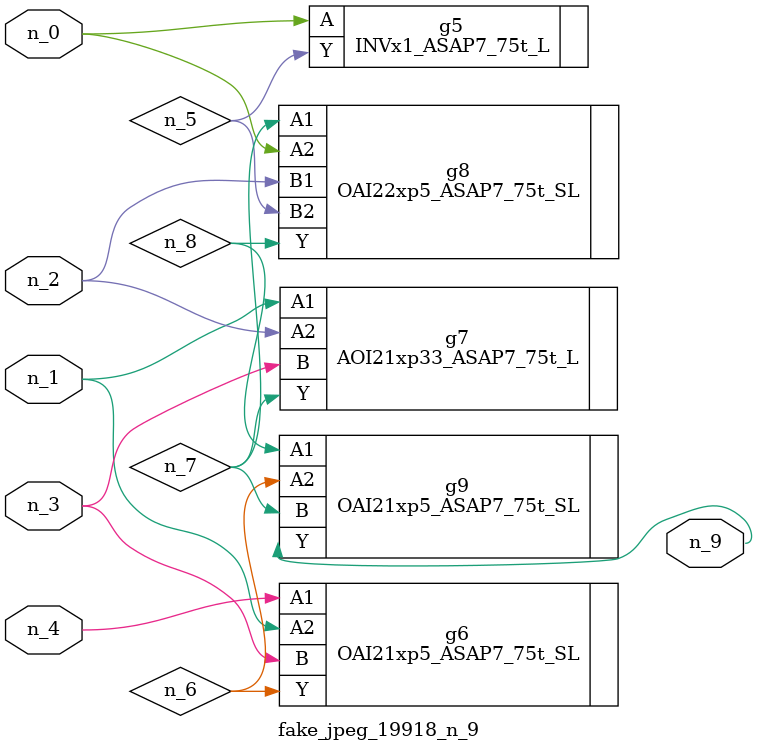
<source format=v>
module fake_jpeg_19918_n_9 (n_3, n_2, n_1, n_0, n_4, n_9);

input n_3;
input n_2;
input n_1;
input n_0;
input n_4;

output n_9;

wire n_8;
wire n_6;
wire n_5;
wire n_7;

INVx1_ASAP7_75t_L g5 ( 
.A(n_0),
.Y(n_5)
);

OAI21xp5_ASAP7_75t_SL g6 ( 
.A1(n_4),
.A2(n_1),
.B(n_3),
.Y(n_6)
);

AOI21xp33_ASAP7_75t_L g7 ( 
.A1(n_1),
.A2(n_2),
.B(n_3),
.Y(n_7)
);

OAI22xp5_ASAP7_75t_SL g8 ( 
.A1(n_7),
.A2(n_0),
.B1(n_2),
.B2(n_5),
.Y(n_8)
);

OAI21xp5_ASAP7_75t_SL g9 ( 
.A1(n_8),
.A2(n_6),
.B(n_7),
.Y(n_9)
);


endmodule
</source>
